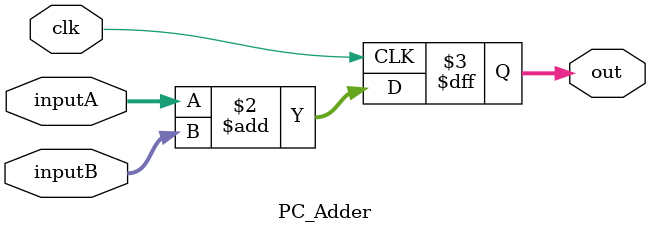
<source format=v>
module PC_Adder(inputA,inputB,clk,out);
input [63:0]inputA,inputB;
input clk;
output reg [63:0]out;

always@(posedge clk)
  begin
  #10
    out = inputA + inputB;
  end
endmodule
</source>
